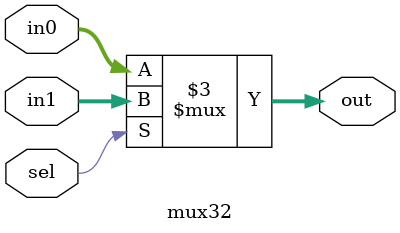
<source format=v>
module mux32(
	input [31:0] in0,
	input [31:0] in1,
	input sel,
	output reg [31:0] out
);

always@(in0,in1,sel)
	if(sel)
		out <= in1;
	else
		out <= in0;


endmodule

</source>
